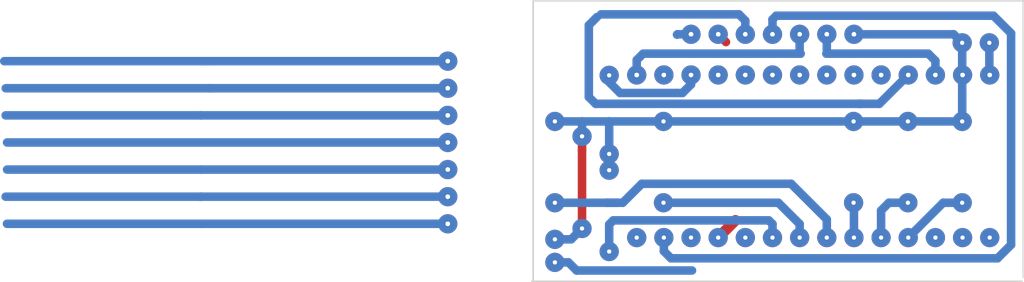
<source format=kicad_pcb>
(kicad_pcb (version 20171130) (host pcbnew "(5.0.1-3-g963ef8bb5)")

  (general
    (thickness 1.6)
    (drawings 4)
    (tracks 344)
    (zones 0)
    (modules 0)
    (nets 1)
  )

  (page A4)
  (layers
    (0 F.Cu signal)
    (31 B.Cu signal)
    (32 B.Adhes user)
    (33 F.Adhes user)
    (34 B.Paste user)
    (35 F.Paste user)
    (36 B.SilkS user)
    (37 F.SilkS user)
    (38 B.Mask user)
    (39 F.Mask user)
    (40 Dwgs.User user)
    (41 Cmts.User user)
    (42 Eco1.User user)
    (43 Eco2.User user)
    (44 Edge.Cuts user)
    (45 Margin user)
    (46 B.CrtYd user)
    (47 F.CrtYd user)
    (48 B.Fab user)
    (49 F.Fab user)
  )

  (setup
    (last_trace_width 0.8)
    (trace_clearance 0.2)
    (zone_clearance 0.508)
    (zone_45_only no)
    (trace_min 0.2)
    (segment_width 0.2)
    (edge_width 0.15)
    (via_size 1.8)
    (via_drill 0.4)
    (via_min_size 0.4)
    (via_min_drill 0.3)
    (uvia_size 0.3)
    (uvia_drill 0.1)
    (uvias_allowed no)
    (uvia_min_size 0.2)
    (uvia_min_drill 0.1)
    (pcb_text_width 0.3)
    (pcb_text_size 1.5 1.5)
    (mod_edge_width 0.15)
    (mod_text_size 1 1)
    (mod_text_width 0.15)
    (pad_size 1.524 1.524)
    (pad_drill 0.762)
    (pad_to_mask_clearance 0.051)
    (solder_mask_min_width 0.25)
    (aux_axis_origin 0 0)
    (visible_elements FFFFFF7F)
    (pcbplotparams
      (layerselection 0x010fc_ffffffff)
      (usegerberextensions false)
      (usegerberattributes false)
      (usegerberadvancedattributes false)
      (creategerberjobfile false)
      (excludeedgelayer true)
      (linewidth 0.150000)
      (plotframeref false)
      (viasonmask false)
      (mode 1)
      (useauxorigin false)
      (hpglpennumber 1)
      (hpglpenspeed 20)
      (hpglpendiameter 15.000000)
      (psnegative false)
      (psa4output false)
      (plotreference true)
      (plotvalue true)
      (plotinvisibletext false)
      (padsonsilk false)
      (subtractmaskfromsilk false)
      (outputformat 1)
      (mirror false)
      (drillshape 1)
      (scaleselection 1)
      (outputdirectory ""))
  )

  (net 0 "")

  (net_class Default "This is the default net class."
    (clearance 0.2)
    (trace_width 0.8)
    (via_dia 1.8)
    (via_drill 0.4)
    (uvia_dia 0.3)
    (uvia_drill 0.1)
  )

  (net_class neti ""
    (clearance 0.2)
    (trace_width 0.8)
    (via_dia 3)
    (via_drill 0.4)
    (uvia_dia 0.3)
    (uvia_drill 0.1)
  )

  (gr_line (start 144.018 44.577) (end 144.018 18.415) (layer Edge.Cuts) (width 0.15))
  (gr_line (start 189.738 44.704) (end 143.891 44.704) (layer Edge.Cuts) (width 0.15))
  (gr_line (start 189.865 18.415) (end 189.865 44.323) (layer Edge.Cuts) (width 0.15))
  (gr_line (start 144.018 18.415) (end 189.865 18.415) (layer Edge.Cuts) (width 0.15))

  (via (at 176.564583 25.364137) (size 1.2) (drill 0.4) (layers F.Cu B.Cu) (net 0) (tstamp 5E065D07))
  (via (at 186.724583 25.364137) (size 0.8) (drill 0.4) (layers F.Cu B.Cu) (net 0) (tstamp 5E065D08))
  (via (at 156.244583 40.604137) (size 1.8) (drill 0.4) (layers F.Cu B.Cu) (net 0) (tstamp 5E065D1A))
  (via (at 174.024583 40.604137) (size 1.8) (drill 0.4) (layers F.Cu B.Cu) (net 0) (tstamp 5E065D1B))
  (via (at 176.564583 40.604137) (size 1.8) (drill 0.4) (layers F.Cu B.Cu) (net 0) (tstamp 5E065D1C))
  (via (at 179.104583 40.604137) (size 1.8) (drill 0.4) (layers F.Cu B.Cu) (net 0) (tstamp 5E065D1D))
  (via (at 174.024583 25.364137) (size 0.8) (drill 0.4) (layers F.Cu B.Cu) (net 0) (tstamp 5E065D1E))
  (via (at 186.724583 25.364137) (size 1.8) (drill 0.4) (layers F.Cu B.Cu) (net 0) (tstamp 5E065D1F))
  (via (at 179.104583 25.364137) (size 0.8) (drill 0.4) (layers F.Cu B.Cu) (net 0) (tstamp 5E065D20))
  (via (at 181.644583 25.364137) (size 1.8) (drill 0.4) (layers F.Cu B.Cu) (net 0) (tstamp 5E065D21))
  (via (at 184.184583 25.364137) (size 1.8) (drill 0.4) (layers F.Cu B.Cu) (net 0) (tstamp 5E065D22))
  (via (at 176.564583 25.364137) (size 0.8) (drill 0.4) (layers F.Cu B.Cu) (net 0) (tstamp 5E065D23))
  (via (at 181.644583 25.364137) (size 0.8) (drill 0.4) (layers F.Cu B.Cu) (net 0) (tstamp 5E065D24))
  (via (at 186.724583 25.364137) (size 1.5) (drill 0.4) (layers F.Cu B.Cu) (net 0) (tstamp 5E065D25))
  (via (at 186.724583 25.364137) (size 0.8) (drill 0.4) (layers F.Cu B.Cu) (net 0) (tstamp 5E065D26))
  (via (at 184.184583 25.364137) (size 1.5) (drill 0.4) (layers F.Cu B.Cu) (net 0) (tstamp 5E065D27))
  (via (at 184.184583 25.364137) (size 0.8) (drill 0.4) (layers F.Cu B.Cu) (net 0) (tstamp 5E065D28))
  (via (at 176.564583 25.364137) (size 1.5) (drill 0.4) (layers F.Cu B.Cu) (net 0) (tstamp 5E065D29))
  (via (at 179.104583 25.364137) (size 0.8) (drill 0.4) (layers F.Cu B.Cu) (net 0) (tstamp 5E065D2A))
  (via (at 158.784583 25.364137) (size 0.8) (drill 0.4) (layers F.Cu B.Cu) (net 0) (tstamp 5E065D2B))
  (via (at 158.784583 25.364137) (size 1.8) (drill 0.4) (layers F.Cu B.Cu) (net 0) (tstamp 5E065D2C))
  (via (at 171.484583 25.364137) (size 1.8) (drill 0.4) (layers F.Cu B.Cu) (net 0) (tstamp 5E065D2D))
  (via (at 181.644583 25.364137) (size 0.8) (drill 0.4) (layers F.Cu B.Cu) (net 0) (tstamp 5E065D2E))
  (via (at 179.104583 25.364137) (size 1.5) (drill 0.4) (layers F.Cu B.Cu) (net 0) (tstamp 5E065D2F))
  (via (at 184.184583 25.364137) (size 0.8) (drill 0.4) (layers F.Cu B.Cu) (net 0) (tstamp 5E065D30))
  (via (at 181.644583 25.364137) (size 1.5) (drill 0.4) (layers F.Cu B.Cu) (net 0) (tstamp 5E065D31))
  (via (at 174.024583 25.364137) (size 1.5) (drill 0.4) (layers F.Cu B.Cu) (net 0) (tstamp 5E065D32))
  (via (at 174.024583 25.364137) (size 0.8) (drill 0.4) (layers F.Cu B.Cu) (net 0) (tstamp 5E065D33))
  (via (at 171.484583 25.364137) (size 1.5) (drill 0.4) (layers F.Cu B.Cu) (net 0) (tstamp 5E065D34))
  (via (at 171.484583 25.364137) (size 0.8) (drill 0.4) (layers F.Cu B.Cu) (net 0) (tstamp 5E065D35))
  (via (at 168.944583 25.364137) (size 1.5) (drill 0.4) (layers F.Cu B.Cu) (net 0) (tstamp 5E065D36))
  (via (at 168.944583 25.364137) (size 0.8) (drill 0.4) (layers F.Cu B.Cu) (net 0) (tstamp 5E065D37))
  (via (at 166.404583 25.364137) (size 1.5) (drill 0.4) (layers F.Cu B.Cu) (net 0) (tstamp 5E065D38))
  (via (at 166.404583 25.364137) (size 0.8) (drill 0.4) (layers F.Cu B.Cu) (net 0) (tstamp 5E065D39))
  (via (at 163.864583 25.364137) (size 1.5) (drill 0.4) (layers F.Cu B.Cu) (net 0) (tstamp 5E065D3A))
  (via (at 163.864583 25.364137) (size 0.8) (drill 0.4) (layers F.Cu B.Cu) (net 0) (tstamp 5E065D3B))
  (via (at 161.324583 25.364137) (size 1.5) (drill 0.4) (layers F.Cu B.Cu) (net 0) (tstamp 5E065D3C))
  (via (at 161.324583 25.364137) (size 0.8) (drill 0.4) (layers F.Cu B.Cu) (net 0) (tstamp 5E065D3D))
  (via (at 158.784583 25.364137) (size 1.5) (drill 0.4) (layers F.Cu B.Cu) (net 0) (tstamp 5E065D3E))
  (via (at 158.784583 25.364137) (size 0.8) (drill 0.4) (layers F.Cu B.Cu) (net 0) (tstamp 5E065D3F))
  (via (at 156.244583 25.364137) (size 1.5) (drill 0.4) (layers F.Cu B.Cu) (net 0) (tstamp 5E065D40))
  (via (at 158.784583 40.604137) (size 1.8) (drill 0.4) (layers F.Cu B.Cu) (net 0) (tstamp 5E065D41))
  (via (at 156.244583 25.364137) (size 0.8) (drill 0.4) (layers F.Cu B.Cu) (net 0) (tstamp 5E065D42))
  (via (at 163.864583 40.604137) (size 1.8) (drill 0.4) (layers F.Cu B.Cu) (net 0) (tstamp 5E065D43))
  (via (at 153.704583 25.364137) (size 1.5) (drill 0.4) (layers F.Cu B.Cu) (net 0) (tstamp 5E065D44))
  (via (at 153.704583 25.364137) (size 0.8) (drill 0.4) (layers F.Cu B.Cu) (net 0) (tstamp 5E065D45))
  (via (at 161.324583 40.604137) (size 1.8) (drill 0.4) (layers F.Cu B.Cu) (net 0) (tstamp 5E065D46))
  (via (at 153.704583 25.364137) (size 1.5) (drill 0.4) (layers F.Cu B.Cu) (net 0) (tstamp 5E065D47))
  (via (at 153.704583 25.364137) (size 0.8) (drill 0.4) (layers F.Cu B.Cu) (net 0) (tstamp 5E065D48))
  (via (at 153.704583 25.364137) (size 1.2) (drill 0.4) (layers F.Cu B.Cu) (net 0) (tstamp 5E065D49))
  (via (at 153.704583 25.364137) (size 0.8) (drill 0.4) (layers F.Cu B.Cu) (net 0) (tstamp 5E065D4A))
  (via (at 156.244583 25.364137) (size 1.2) (drill 0.4) (layers F.Cu B.Cu) (net 0) (tstamp 5E065D4B))
  (via (at 176.564583 25.364137) (size 1.8) (drill 0.4) (layers F.Cu B.Cu) (net 0) (tstamp 5E065D4C))
  (via (at 156.244583 25.364137) (size 0.8) (drill 0.4) (layers F.Cu B.Cu) (net 0) (tstamp 5E065D4D))
  (via (at 186.724583 40.604137) (size 1.8) (drill 0.4) (layers F.Cu B.Cu) (net 0) (tstamp 5E065D4F))
  (via (at 184.184583 40.604137) (size 1.8) (drill 0.4) (layers F.Cu B.Cu) (net 0) (tstamp 5E065D50))
  (via (at 181.644583 40.604137) (size 1.8) (drill 0.4) (layers F.Cu B.Cu) (net 0) (tstamp 5E065D51))
  (via (at 153.704583 25.364137) (size 1.8) (drill 0.4) (layers F.Cu B.Cu) (net 0) (tstamp 5E065D52))
  (via (at 153.704583 25.364137) (size 0.8) (drill 0.4) (layers F.Cu B.Cu) (net 0) (tstamp 5E065D53))
  (via (at 156.244583 25.364137) (size 1.8) (drill 0.4) (layers F.Cu B.Cu) (net 0) (tstamp 5E065D54))
  (via (at 156.244583 25.364137) (size 0.8) (drill 0.4) (layers F.Cu B.Cu) (net 0) (tstamp 5E065D55))
  (via (at 174.024583 25.364137) (size 1.8) (drill 0.4) (layers F.Cu B.Cu) (net 0) (tstamp 5E065D56))
  (via (at 166.404583 40.604137) (size 1.8) (drill 0.4) (layers F.Cu B.Cu) (net 0) (tstamp 5E065D57))
  (via (at 158.784583 25.364137) (size 1.2) (drill 0.4) (layers F.Cu B.Cu) (net 0) (tstamp 5E065D58))
  (via (at 158.784583 25.364137) (size 0.8) (drill 0.4) (layers F.Cu B.Cu) (net 0) (tstamp 5E065D59))
  (via (at 161.324583 25.364137) (size 1.2) (drill 0.4) (layers F.Cu B.Cu) (net 0) (tstamp 5E065D5A))
  (via (at 161.324583 25.364137) (size 0.8) (drill 0.4) (layers F.Cu B.Cu) (net 0) (tstamp 5E065D5B))
  (via (at 163.864583 25.364137) (size 1.2) (drill 0.4) (layers F.Cu B.Cu) (net 0) (tstamp 5E065D5C))
  (via (at 163.864583 25.364137) (size 0.8) (drill 0.4) (layers F.Cu B.Cu) (net 0) (tstamp 5E065D5D))
  (via (at 166.404583 25.364137) (size 1.2) (drill 0.4) (layers F.Cu B.Cu) (net 0) (tstamp 5E065D5E))
  (via (at 166.404583 25.364137) (size 0.8) (drill 0.4) (layers F.Cu B.Cu) (net 0) (tstamp 5E065D5F))
  (via (at 168.944583 25.364137) (size 1.2) (drill 0.4) (layers F.Cu B.Cu) (net 0) (tstamp 5E065D60))
  (via (at 168.944583 25.364137) (size 0.8) (drill 0.4) (layers F.Cu B.Cu) (net 0) (tstamp 5E065D61))
  (via (at 171.484583 25.364137) (size 1.2) (drill 0.4) (layers F.Cu B.Cu) (net 0) (tstamp 5E065D62))
  (via (at 171.484583 25.364137) (size 0.8) (drill 0.4) (layers F.Cu B.Cu) (net 0) (tstamp 5E065D63))
  (via (at 174.024583 25.364137) (size 1.2) (drill 0.4) (layers F.Cu B.Cu) (net 0) (tstamp 5E065D64))
  (via (at 174.024583 25.364137) (size 0.8) (drill 0.4) (layers F.Cu B.Cu) (net 0) (tstamp 5E065D65))
  (via (at 176.564583 25.364137) (size 0.8) (drill 0.4) (layers F.Cu B.Cu) (net 0) (tstamp 5E065D66))
  (via (at 184.184583 25.364137) (size 0.8) (drill 0.4) (layers F.Cu B.Cu) (net 0) (tstamp 5E065D67))
  (via (at 186.724583 25.364137) (size 1.2) (drill 0.4) (layers F.Cu B.Cu) (net 0) (tstamp 5E065D68))
  (via (at 176.564583 25.364137) (size 0.8) (drill 0.4) (layers F.Cu B.Cu) (net 0) (tstamp 5E065D69))
  (via (at 156.244583 25.364137) (size 0.8) (drill 0.4) (layers F.Cu B.Cu) (net 0) (tstamp 5E065D6A))
  (via (at 161.324583 25.364137) (size 1.8) (drill 0.4) (layers F.Cu B.Cu) (net 0) (tstamp 5E065D6B))
  (via (at 153.704583 40.604137) (size 1.8) (drill 0.4) (layers F.Cu B.Cu) (net 0) (tstamp 5E065D6C))
  (via (at 176.564583 25.364137) (size 0.8) (drill 0.4) (layers F.Cu B.Cu) (net 0) (tstamp 5E065D6D))
  (via (at 153.704583 25.364137) (size 0.8) (drill 0.4) (layers F.Cu B.Cu) (net 0) (tstamp 5E065D6E))
  (via (at 174.024583 25.364137) (size 0.8) (drill 0.4) (layers F.Cu B.Cu) (net 0) (tstamp 5E065D6F))
  (via (at 158.784583 25.364137) (size 0.8) (drill 0.4) (layers F.Cu B.Cu) (net 0) (tstamp 5E065D71))
  (via (at 176.564583 25.364137) (size 0.8) (drill 0.4) (layers F.Cu B.Cu) (net 0) (tstamp 5E065D72))
  (via (at 171.484583 25.364137) (size 0.8) (drill 0.4) (layers F.Cu B.Cu) (net 0) (tstamp 5E065D73))
  (via (at 168.944583 25.364137) (size 0.8) (drill 0.4) (layers F.Cu B.Cu) (net 0) (tstamp 5E065D74))
  (via (at 166.404583 25.364137) (size 0.8) (drill 0.4) (layers F.Cu B.Cu) (net 0) (tstamp 5E065D75))
  (via (at 163.864583 25.364137) (size 0.8) (drill 0.4) (layers F.Cu B.Cu) (net 0) (tstamp 5E065D76))
  (via (at 161.324583 25.364137) (size 0.8) (drill 0.4) (layers F.Cu B.Cu) (net 0) (tstamp 5E065D77))
  (via (at 171.484583 40.604137) (size 1.8) (drill 0.4) (layers F.Cu B.Cu) (net 0) (tstamp 5E065D78))
  (via (at 179.104583 25.364137) (size 0.8) (drill 0.4) (layers F.Cu B.Cu) (net 0) (tstamp 5E065D79))
  (via (at 168.944583 40.604137) (size 1.8) (drill 0.4) (layers F.Cu B.Cu) (net 0) (tstamp 5E065D7A))
  (via (at 181.644583 25.364137) (size 0.8) (drill 0.4) (layers F.Cu B.Cu) (net 0) (tstamp 5E065D7B))
  (via (at 186.724583 25.364137) (size 0.8) (drill 0.4) (layers F.Cu B.Cu) (net 0) (tstamp 5E065D7C))
  (via (at 153.704583 25.364137) (size 0.8) (drill 0.4) (layers F.Cu B.Cu) (net 0) (tstamp 5E065D7D))
  (via (at 153.704583 25.364137) (size 1.2) (drill 0.4) (layers F.Cu B.Cu) (net 0) (tstamp 5E065D7E))
  (via (at 176.564583 25.364137) (size 0.8) (drill 0.4) (layers F.Cu B.Cu) (net 0) (tstamp 5E065D7F))
  (via (at 179.104583 25.364137) (size 1.2) (drill 0.4) (layers F.Cu B.Cu) (net 0) (tstamp 5E065D80))
  (via (at 179.104583 25.364137) (size 0.8) (drill 0.4) (layers F.Cu B.Cu) (net 0) (tstamp 5E065D81))
  (via (at 181.644583 25.364137) (size 1.2) (drill 0.4) (layers F.Cu B.Cu) (net 0) (tstamp 5E065D82))
  (via (at 181.644583 25.364137) (size 0.8) (drill 0.4) (layers F.Cu B.Cu) (net 0) (tstamp 5E065D83))
  (via (at 184.184583 25.364137) (size 1.2) (drill 0.4) (layers F.Cu B.Cu) (net 0) (tstamp 5E065D84))
  (via (at 168.944583 25.364137) (size 0.8) (drill 0.4) (layers F.Cu B.Cu) (net 0) (tstamp 5E065D85))
  (via (at 171.484583 25.364137) (size 0.8) (drill 0.4) (layers F.Cu B.Cu) (net 0) (tstamp 5E065D86))
  (via (at 179.104583 25.364137) (size 1.8) (drill 0.4) (layers F.Cu B.Cu) (net 0) (tstamp 5E065D87))
  (via (at 161.324583 25.364137) (size 0.8) (drill 0.4) (layers F.Cu B.Cu) (net 0) (tstamp 5E065D88))
  (via (at 163.864583 25.364137) (size 1.8) (drill 0.4) (layers F.Cu B.Cu) (net 0) (tstamp 5E065D89))
  (via (at 184.184583 25.364137) (size 0.8) (drill 0.4) (layers F.Cu B.Cu) (net 0) (tstamp 5E065D8A))
  (via (at 163.864583 25.364137) (size 0.8) (drill 0.4) (layers F.Cu B.Cu) (net 0) (tstamp 5E065D8B))
  (via (at 186.724583 25.364137) (size 0.8) (drill 0.4) (layers F.Cu B.Cu) (net 0) (tstamp 5E065D8C))
  (via (at 166.404583 25.364137) (size 1.8) (drill 0.4) (layers F.Cu B.Cu) (net 0) (tstamp 5E065D8D))
  (via (at 166.404583 25.364137) (size 0.8) (drill 0.4) (layers F.Cu B.Cu) (net 0) (tstamp 5E065D8E))
  (via (at 168.944583 25.364137) (size 1.8) (drill 0.4) (layers F.Cu B.Cu) (net 0) (tstamp 5E065D8F))
  (via (at 158.784583 21.554137) (size 1.8) (drill 0.4) (layers F.Cu B.Cu) (net 0) (tstamp 5E065F9A))
  (via (at 163.864583 21.554137) (size 1.8) (drill 0.4) (layers F.Cu B.Cu) (net 0) (tstamp 5E065F9B))
  (via (at 163.864583 21.554137) (size 0.8) (drill 0.4) (layers F.Cu B.Cu) (net 0) (tstamp 5E065F9C))
  (via (at 158.784583 21.554137) (size 1.2) (drill 0.4) (layers F.Cu B.Cu) (net 0) (tstamp 5E065F9D))
  (via (at 158.784583 21.554137) (size 1.5) (drill 0.4) (layers F.Cu B.Cu) (net 0) (tstamp 5E065F9E))
  (via (at 158.784583 21.554137) (size 0.8) (drill 0.4) (layers F.Cu B.Cu) (net 0) (tstamp 5E065F9F))
  (via (at 158.784583 21.554137) (size 0.8) (drill 0.4) (layers F.Cu B.Cu) (net 0) (tstamp 5E065FA0))
  (via (at 161.324583 21.554137) (size 0.8) (drill 0.4) (layers F.Cu B.Cu) (net 0) (tstamp 5E065FA1))
  (via (at 174.024583 21.554137) (size 0.8) (drill 0.4) (layers F.Cu B.Cu) (net 0) (tstamp 5E065FA2))
  (via (at 158.784583 21.554137) (size 0.8) (drill 0.4) (layers F.Cu B.Cu) (net 0) (tstamp 5E065FA3))
  (via (at 161.324583 21.554137) (size 1.2) (drill 0.4) (layers F.Cu B.Cu) (net 0) (tstamp 5E065FA4))
  (via (at 161.324583 21.554137) (size 0.8) (drill 0.4) (layers F.Cu B.Cu) (net 0) (tstamp 5E065FA5))
  (via (at 161.324583 21.554137) (size 1.5) (drill 0.4) (layers F.Cu B.Cu) (net 0) (tstamp 5E065FA6))
  (via (at 158.784583 21.554137) (size 0.8) (drill 0.4) (layers F.Cu B.Cu) (net 0) (tstamp 5E065FA7))
  (via (at 163.864583 21.554137) (size 0.8) (drill 0.4) (layers F.Cu B.Cu) (net 0) (tstamp 5E065FA8))
  (via (at 163.864583 21.554137) (size 1.5) (drill 0.4) (layers F.Cu B.Cu) (net 0) (tstamp 5E065FA9))
  (via (at 168.944583 21.554137) (size 1.5) (drill 0.4) (layers F.Cu B.Cu) (net 0) (tstamp 5E065FAA))
  (via (at 171.484583 21.554137) (size 0.8) (drill 0.4) (layers F.Cu B.Cu) (net 0) (tstamp 5E065FAB))
  (via (at 163.864583 21.554137) (size 1.2) (drill 0.4) (layers F.Cu B.Cu) (net 0) (tstamp 5E065FAC))
  (via (at 168.944583 21.554137) (size 1.2) (drill 0.4) (layers F.Cu B.Cu) (net 0) (tstamp 5E065FAD))
  (via (at 168.944583 21.554137) (size 0.8) (drill 0.4) (layers F.Cu B.Cu) (net 0) (tstamp 5E065FAE))
  (via (at 171.484583 21.554137) (size 1.2) (drill 0.4) (layers F.Cu B.Cu) (net 0) (tstamp 5E065FAF))
  (via (at 161.324583 21.554137) (size 0.8) (drill 0.4) (layers F.Cu B.Cu) (net 0) (tstamp 5E065FB0))
  (via (at 158.784583 21.554137) (size 0.8) (drill 0.4) (layers F.Cu B.Cu) (net 0) (tstamp 5E065FB1))
  (via (at 174.024583 21.554137) (size 0.8) (drill 0.4) (layers F.Cu B.Cu) (net 0) (tstamp 5E065FB2))
  (via (at 171.484583 21.554137) (size 0.8) (drill 0.4) (layers F.Cu B.Cu) (net 0) (tstamp 5E065FB3))
  (via (at 168.944583 21.554137) (size 0.8) (drill 0.4) (layers F.Cu B.Cu) (net 0) (tstamp 5E065FB4))
  (via (at 166.404583 21.554137) (size 0.8) (drill 0.4) (layers F.Cu B.Cu) (net 0) (tstamp 5E065FB5))
  (via (at 171.484583 21.554137) (size 1.8) (drill 0.4) (layers F.Cu B.Cu) (net 0) (tstamp 5E065FB6))
  (via (at 171.484583 21.554137) (size 0.8) (drill 0.4) (layers F.Cu B.Cu) (net 0) (tstamp 5E065FB7))
  (via (at 168.944583 21.554137) (size 0.8) (drill 0.4) (layers F.Cu B.Cu) (net 0) (tstamp 5E065FB8))
  (via (at 174.024583 21.554137) (size 0.8) (drill 0.4) (layers F.Cu B.Cu) (net 0) (tstamp 5E065FB9))
  (via (at 168.944583 21.554137) (size 1.8) (drill 0.4) (layers F.Cu B.Cu) (net 0) (tstamp 5E065FBA))
  (via (at 158.784583 21.554137) (size 1.2) (drill 0.4) (layers F.Cu B.Cu) (net 0) (tstamp 5E065FBB))
  (via (at 158.784583 21.554137) (size 0.8) (drill 0.4) (layers F.Cu B.Cu) (net 0) (tstamp 5E065FBC))
  (via (at 166.404583 21.554137) (size 0.8) (drill 0.4) (layers F.Cu B.Cu) (net 0) (tstamp 5E065FBD))
  (via (at 163.864583 21.554137) (size 0.8) (drill 0.4) (layers F.Cu B.Cu) (net 0) (tstamp 5E065FBE))
  (via (at 166.404583 21.554137) (size 1.8) (drill 0.4) (layers F.Cu B.Cu) (net 0) (tstamp 5E065FBF))
  (via (at 174.024583 21.554137) (size 1.2) (drill 0.4) (layers F.Cu B.Cu) (net 0) (tstamp 5E065FC0))
  (via (at 174.024583 21.554137) (size 0.8) (drill 0.4) (layers F.Cu B.Cu) (net 0) (tstamp 5E065FC1))
  (via (at 166.404583 21.554137) (size 1.2) (drill 0.4) (layers F.Cu B.Cu) (net 0) (tstamp 5E065FC2))
  (via (at 166.404583 21.554137) (size 0.8) (drill 0.4) (layers F.Cu B.Cu) (net 0) (tstamp 5E065FC3))
  (via (at 171.484583 21.554137) (size 0.8) (drill 0.4) (layers F.Cu B.Cu) (net 0) (tstamp 5E065FC4))
  (via (at 161.324583 21.554137) (size 1.8) (drill 0.4) (layers F.Cu B.Cu) (net 0) (tstamp 5E065FC5))
  (via (at 161.324583 21.554137) (size 0.8) (drill 0.4) (layers F.Cu B.Cu) (net 0) (tstamp 5E065FC6))
  (via (at 163.864583 21.554137) (size 0.8) (drill 0.4) (layers F.Cu B.Cu) (net 0) (tstamp 5E065FC7))
  (via (at 166.404583 21.554137) (size 1.5) (drill 0.4) (layers F.Cu B.Cu) (net 0) (tstamp 5E065FC8))
  (via (at 168.944583 21.554137) (size 0.8) (drill 0.4) (layers F.Cu B.Cu) (net 0) (tstamp 5E065FC9))
  (via (at 171.484583 21.554137) (size 1.5) (drill 0.4) (layers F.Cu B.Cu) (net 0) (tstamp 5E065FCA))
  (via (at 158.784583 21.554137) (size 1.5) (drill 0.4) (layers F.Cu B.Cu) (net 0) (tstamp 5E065FCB))
  (via (at 166.404583 21.554137) (size 0.8) (drill 0.4) (layers F.Cu B.Cu) (net 0) (tstamp 5E065FCC))
  (via (at 174.024583 21.554137) (size 0.8) (drill 0.4) (layers F.Cu B.Cu) (net 0) (tstamp 5E0661A3))
  (via (at 174.024583 21.554137) (size 1.8) (drill 0.4) (layers F.Cu B.Cu) (net 0))
  (via (at 184.15 29.718) (size 1.8) (drill 0.4) (layers F.Cu B.Cu) (net 0))
  (via (at 184.15 37.338) (size 1.8) (drill 0.4) (layers F.Cu B.Cu) (net 0))
  (via (at 179.07 37.338) (size 1.8) (drill 0.4) (layers F.Cu B.Cu) (net 0))
  (via (at 173.99 37.338) (size 1.8) (drill 0.4) (layers F.Cu B.Cu) (net 0))
  (via (at 179.07 29.718) (size 1.8) (drill 0.4) (layers F.Cu B.Cu) (net 0))
  (via (at 173.99 29.718) (size 1.8) (drill 0.4) (layers F.Cu B.Cu) (net 0))
  (segment (start 184.184583 29.683417) (end 184.15 29.718) (width 1) (layer B.Cu) (net 0))
  (segment (start 156.244583 29.683417) (end 156.21 29.718) (width 1) (layer B.Cu) (net 0) (tstamp 5E0772AE))
  (via (at 156.21 29.718) (size 1.8) (drill 0.4) (layers F.Cu B.Cu) (net 0) (tstamp 5E0772B0))
  (segment (start 146.084583 29.556417) (end 146.05 29.591) (width 1) (layer B.Cu) (net 0) (tstamp 5E0772AE))
  (via (at 146.05 29.718) (size 1.8) (drill 0.4) (layers F.Cu B.Cu) (net 0) (tstamp 5E0772B0))
  (via (at 146.05 37.338) (size 1.8) (drill 0.4) (layers F.Cu B.Cu) (net 0) (tstamp 5E0772B1))
  (via (at 156.21 37.338) (size 1.8) (drill 0.4) (layers F.Cu B.Cu) (net 0) (tstamp 5E0772B1))
  (via (at 151.13 25.4) (size 1.8) (drill 0.4) (layers F.Cu B.Cu) (net 0) (tstamp 5E07763C))
  (via (at 151.13 32.766) (size 1.8) (drill 0.4) (layers F.Cu B.Cu) (net 0) (tstamp 5E07763D))
  (segment (start 151.164583 34.255417) (end 151.13 34.29) (width 1) (layer B.Cu) (net 0) (tstamp 5E07763B))
  (via (at 151.13 34.29) (size 1.8) (drill 0.4) (layers F.Cu B.Cu) (net 0) (tstamp 5E07763C))
  (via (at 151.13 41.91) (size 1.8) (drill 0.4) (layers F.Cu B.Cu) (net 0) (tstamp 5E07763D))
  (segment (start 146.177 29.718) (end 146.05 29.591) (width 1) (layer B.Cu) (net 0))
  (segment (start 158.784583 26.254417) (end 157.988 27.051) (width 0.8) (layer B.Cu) (net 0))
  (segment (start 158.784583 25.364137) (end 158.784583 26.254417) (width 0.8) (layer B.Cu) (net 0))
  (segment (start 149.987 19.939) (end 149.225 20.701) (width 0.8) (layer B.Cu) (net 0))
  (segment (start 149.225 27.432) (end 149.86 28.067) (width 0.8) (layer B.Cu) (net 0))
  (segment (start 149.225 20.701) (end 149.225 27.432) (width 0.8) (layer B.Cu) (net 0))
  (segment (start 184.15 29.718) (end 151.13 29.718) (width 0.8) (layer B.Cu) (net 0))
  (segment (start 161.324583 21.554137) (end 162.052 22.281554) (width 0.8) (layer F.Cu) (net 0))
  (segment (start 162.941 38.98772) (end 161.324583 40.604137) (width 1) (layer F.Cu) (net 0))
  (segment (start 184.15 22.352) (end 184.15 22.352) (width 0.8) (layer B.Cu) (net 0))
  (segment (start 151.13 25.527) (end 151.13 26.035) (width 0.8) (layer B.Cu) (net 0))
  (segment (start 152.146 27.051) (end 157.48 27.051) (width 0.8) (layer B.Cu) (net 0))
  (segment (start 151.13 26.035) (end 152.146 27.051) (width 0.8) (layer B.Cu) (net 0))
  (segment (start 157.988 27.051) (end 157.48 27.051) (width 0.8) (layer B.Cu) (net 0))
  (segment (start 151.13 39.37) (end 151.13 41.91) (width 0.8) (layer B.Cu) (net 0))
  (segment (start 151.511 38.989) (end 151.13 39.37) (width 0.8) (layer B.Cu) (net 0))
  (segment (start 166.062238 38.989) (end 151.511 38.989) (width 0.8) (layer B.Cu) (net 0))
  (segment (start 166.404583 39.331345) (end 166.062238 38.989) (width 0.8) (layer B.Cu) (net 0))
  (segment (start 166.404583 40.604137) (end 166.404583 39.331345) (width 0.8) (layer B.Cu) (net 0))
  (segment (start 151.13 29.718) (end 151.13 32.893) (width 0.8) (layer B.Cu) (net 0))
  (segment (start 168.944583 39.331345) (end 166.951238 37.338) (width 0.8) (layer B.Cu) (net 0))
  (segment (start 168.944583 40.604137) (end 168.944583 39.331345) (width 0.8) (layer B.Cu) (net 0))
  (segment (start 166.951238 37.338) (end 156.21 37.338) (width 0.8) (layer B.Cu) (net 0))
  (segment (start 171.484583 40.604137) (end 171.484583 38.896583) (width 0.8) (layer B.Cu) (net 0))
  (segment (start 171.484583 38.896583) (end 168.148 35.56) (width 0.8) (layer B.Cu) (net 0))
  (segment (start 168.148 35.56) (end 154.178 35.56) (width 0.8) (layer B.Cu) (net 0))
  (segment (start 154.178 35.56) (end 152.4 37.338) (width 0.8) (layer B.Cu) (net 0))
  (segment (start 152.4 37.338) (end 150.876 37.338) (width 0.8) (layer B.Cu) (net 0))
  (segment (start 150.876 37.338) (end 151.892 37.338) (width 0.8) (layer B.Cu) (net 0))
  (segment (start 146.05 37.338) (end 150.876 37.338) (width 0.8) (layer B.Cu) (net 0))
  (segment (start 174.024583 37.372583) (end 173.99 37.338) (width 0.8) (layer B.Cu) (net 0))
  (segment (start 174.024583 40.604137) (end 174.024583 37.372583) (width 0.8) (layer B.Cu) (net 0))
  (segment (start 179.07 37.338) (end 177.292 37.338) (width 0.8) (layer B.Cu) (net 0))
  (segment (start 176.564583 38.065417) (end 176.564583 40.604137) (width 0.8) (layer B.Cu) (net 0))
  (segment (start 177.292 37.338) (end 176.564583 38.065417) (width 0.8) (layer B.Cu) (net 0))
  (segment (start 182.37072 37.338) (end 179.104583 40.604137) (width 0.8) (layer B.Cu) (net 0))
  (segment (start 184.15 37.338) (end 182.37072 37.338) (width 0.8) (layer B.Cu) (net 0))
  (segment (start 174.024583 21.554137) (end 183.352137 21.554137) (width 0.8) (layer B.Cu) (net 0))
  (segment (start 171.45 23.368) (end 171.484583 23.333417) (width 0.8) (layer B.Cu) (net 0))
  (segment (start 180.975 23.368) (end 171.45 23.368) (width 0.8) (layer B.Cu) (net 0))
  (segment (start 171.484583 23.333417) (end 171.484583 21.554137) (width 0.8) (layer B.Cu) (net 0))
  (segment (start 181.644583 24.037583) (end 180.975 23.368) (width 0.8) (layer B.Cu) (net 0))
  (segment (start 181.644583 25.364137) (end 181.644583 24.037583) (width 0.8) (layer B.Cu) (net 0))
  (segment (start 168.944583 23.275583) (end 168.944583 21.554137) (width 0.8) (layer B.Cu) (net 0))
  (segment (start 154.305 23.368) (end 169.037 23.368) (width 0.8) (layer B.Cu) (net 0))
  (segment (start 153.704583 23.968417) (end 154.305 23.368) (width 0.8) (layer B.Cu) (net 0))
  (segment (start 169.037 23.368) (end 168.944583 23.275583) (width 0.8) (layer B.Cu) (net 0))
  (segment (start 153.704583 25.364137) (end 153.704583 23.968417) (width 0.8) (layer B.Cu) (net 0))
  (segment (start 156.244583 41.876929) (end 156.244583 40.604137) (width 0.8) (layer B.Cu) (net 0))
  (segment (start 156.912654 42.545) (end 156.244583 41.876929) (width 0.8) (layer B.Cu) (net 0))
  (segment (start 188.722 21.463) (end 188.722 41.275) (width 0.8) (layer B.Cu) (net 0))
  (segment (start 187.071 19.812) (end 188.722 21.463) (width 0.8) (layer B.Cu) (net 0))
  (segment (start 187.452 42.545) (end 156.912654 42.545) (width 0.8) (layer B.Cu) (net 0))
  (segment (start 188.722 41.275) (end 187.452 42.545) (width 0.8) (layer B.Cu) (net 0))
  (segment (start 166.404583 21.554137) (end 166.404583 20.158417) (width 0.8) (layer B.Cu) (net 0))
  (segment (start 166.751 19.812) (end 187.071 19.812) (width 0.8) (layer B.Cu) (net 0))
  (segment (start 166.404583 20.158417) (end 166.751 19.812) (width 0.8) (layer B.Cu) (net 0))
  (segment (start 163.864583 20.281345) (end 163.268238 19.685) (width 0.8) (layer B.Cu) (net 0))
  (segment (start 163.864583 21.554137) (end 163.864583 20.281345) (width 0.8) (layer B.Cu) (net 0))
  (segment (start 163.268238 19.685) (end 150.368 19.685) (width 0.8) (layer B.Cu) (net 0))
  (segment (start 184.15 22.352) (end 184.15 29.21) (width 0.8) (layer B.Cu) (net 0) (tstamp 5E0A4353))
  (via (at 184.15 22.352) (size 1.8) (drill 0.4) (layers F.Cu B.Cu) (net 0))
  (via (at 186.69 22.352) (size 1.8) (drill 0.4) (layers F.Cu B.Cu) (net 0))
  (segment (start 186.69 25.329554) (end 186.724583 25.364137) (width 0.8) (layer B.Cu) (net 0))
  (segment (start 186.69 22.352) (end 186.69 25.329554) (width 0.8) (layer B.Cu) (net 0))
  (segment (start 183.352137 21.554137) (end 184.15 22.352) (width 0.8) (layer B.Cu) (net 0))
  (via (at 148.59 31.115) (size 1.8) (drill 0.4) (layers F.Cu B.Cu) (net 0))
  (via (at 148.59 39.751) (size 1.8) (drill 0.4) (layers F.Cu B.Cu) (net 0))
  (segment (start 148.59 29.842208) (end 148.59 29.718) (width 0.8) (layer B.Cu) (net 0))
  (segment (start 148.59 31.115) (end 148.59 29.842208) (width 0.8) (layer B.Cu) (net 0))
  (segment (start 148.59 29.718) (end 146.05 29.718) (width 0.8) (layer B.Cu) (net 0))
  (segment (start 151.13 29.718) (end 148.59 29.718) (width 0.8) (layer B.Cu) (net 0))
  (via (at 146.05 42.926) (size 1.8) (drill 0.4) (layers F.Cu B.Cu) (net 0))
  (segment (start 147.322792 42.926) (end 148.084792 43.688) (width 0.8) (layer B.Cu) (net 0))
  (segment (start 146.05 42.926) (end 147.322792 42.926) (width 0.8) (layer B.Cu) (net 0))
  (segment (start 148.084792 43.688) (end 158.877 43.688) (width 0.8) (layer B.Cu) (net 0))
  (via (at 146.05 40.767) (size 1.8) (drill 0.4) (layers F.Cu B.Cu) (net 0))
  (segment (start 147.574 40.767) (end 148.59 39.751) (width 0.8) (layer B.Cu) (net 0))
  (segment (start 146.05 40.767) (end 147.574 40.767) (width 0.8) (layer B.Cu) (net 0))
  (segment (start 148.59 32.387792) (end 148.59 39.751) (width 0.8) (layer F.Cu) (net 0))
  (segment (start 148.59 31.115) (end 148.59 32.387792) (width 0.8) (layer F.Cu) (net 0))
  (via (at 136.029183 39.310625) (size 1.8) (drill 0.4) (layers F.Cu B.Cu) (net 0) (tstamp 5E0A4FCC))
  (via (at 136.029183 34.230625) (size 1.8) (drill 0.4) (layers F.Cu B.Cu) (net 0) (tstamp 5E0A4FCD))
  (via (at 136.029183 34.230625) (size 0.8) (drill 0.4) (layers F.Cu B.Cu) (net 0) (tstamp 5E0A4FCE))
  (via (at 136.029183 39.310625) (size 1.2) (drill 0.4) (layers F.Cu B.Cu) (net 0) (tstamp 5E0A4FCF))
  (via (at 136.029183 39.310625) (size 1.5) (drill 0.4) (layers F.Cu B.Cu) (net 0) (tstamp 5E0A4FD0))
  (via (at 136.029183 39.310625) (size 0.8) (drill 0.4) (layers F.Cu B.Cu) (net 0) (tstamp 5E0A4FD1))
  (via (at 136.029183 39.310625) (size 0.8) (drill 0.4) (layers F.Cu B.Cu) (net 0) (tstamp 5E0A4FD2))
  (via (at 136.029183 36.770625) (size 0.8) (drill 0.4) (layers F.Cu B.Cu) (net 0) (tstamp 5E0A4FD3))
  (via (at 136.029183 24.070625) (size 0.8) (drill 0.4) (layers F.Cu B.Cu) (net 0) (tstamp 5E0A4FD4))
  (via (at 136.029183 39.310625) (size 0.8) (drill 0.4) (layers F.Cu B.Cu) (net 0) (tstamp 5E0A4FD5))
  (via (at 136.029183 36.770625) (size 1.2) (drill 0.4) (layers F.Cu B.Cu) (net 0) (tstamp 5E0A4FD6))
  (via (at 136.029183 36.770625) (size 0.8) (drill 0.4) (layers F.Cu B.Cu) (net 0) (tstamp 5E0A4FD7))
  (via (at 136.029183 36.770625) (size 1.5) (drill 0.4) (layers F.Cu B.Cu) (net 0) (tstamp 5E0A4FD8))
  (via (at 136.029183 39.310625) (size 0.8) (drill 0.4) (layers F.Cu B.Cu) (net 0) (tstamp 5E0A4FD9))
  (via (at 136.029183 34.230625) (size 0.8) (drill 0.4) (layers F.Cu B.Cu) (net 0) (tstamp 5E0A4FDA))
  (via (at 136.029183 34.230625) (size 1.5) (drill 0.4) (layers F.Cu B.Cu) (net 0) (tstamp 5E0A4FDB))
  (via (at 136.029183 29.150625) (size 1.5) (drill 0.4) (layers F.Cu B.Cu) (net 0) (tstamp 5E0A4FDC))
  (via (at 136.029183 26.610625) (size 0.8) (drill 0.4) (layers F.Cu B.Cu) (net 0) (tstamp 5E0A4FDD))
  (via (at 136.029183 34.230625) (size 1.2) (drill 0.4) (layers F.Cu B.Cu) (net 0) (tstamp 5E0A4FDE))
  (via (at 136.029183 29.150625) (size 1.2) (drill 0.4) (layers F.Cu B.Cu) (net 0) (tstamp 5E0A4FDF))
  (via (at 136.029183 29.150625) (size 0.8) (drill 0.4) (layers F.Cu B.Cu) (net 0) (tstamp 5E0A4FE0))
  (via (at 136.029183 26.610625) (size 1.2) (drill 0.4) (layers F.Cu B.Cu) (net 0) (tstamp 5E0A4FE1))
  (via (at 136.029183 36.770625) (size 0.8) (drill 0.4) (layers F.Cu B.Cu) (net 0) (tstamp 5E0A4FE2))
  (via (at 136.029183 39.310625) (size 0.8) (drill 0.4) (layers F.Cu B.Cu) (net 0) (tstamp 5E0A4FE3))
  (via (at 136.029183 24.070625) (size 0.8) (drill 0.4) (layers F.Cu B.Cu) (net 0) (tstamp 5E0A4FE4))
  (via (at 136.029183 26.610625) (size 0.8) (drill 0.4) (layers F.Cu B.Cu) (net 0) (tstamp 5E0A4FE5))
  (via (at 136.029183 29.150625) (size 0.8) (drill 0.4) (layers F.Cu B.Cu) (net 0) (tstamp 5E0A4FE6))
  (via (at 136.029183 31.690625) (size 0.8) (drill 0.4) (layers F.Cu B.Cu) (net 0) (tstamp 5E0A4FE7))
  (via (at 136.029183 26.610625) (size 1.8) (drill 0.4) (layers F.Cu B.Cu) (net 0) (tstamp 5E0A4FE8))
  (via (at 136.029183 26.610625) (size 0.8) (drill 0.4) (layers F.Cu B.Cu) (net 0) (tstamp 5E0A4FE9))
  (via (at 136.029183 29.150625) (size 0.8) (drill 0.4) (layers F.Cu B.Cu) (net 0) (tstamp 5E0A4FEA))
  (via (at 136.029183 24.070625) (size 0.8) (drill 0.4) (layers F.Cu B.Cu) (net 0) (tstamp 5E0A4FEB))
  (via (at 136.029183 29.150625) (size 1.8) (drill 0.4) (layers F.Cu B.Cu) (net 0) (tstamp 5E0A4FEC))
  (via (at 136.029183 39.310625) (size 1.2) (drill 0.4) (layers F.Cu B.Cu) (net 0) (tstamp 5E0A4FED))
  (via (at 136.029183 39.310625) (size 0.8) (drill 0.4) (layers F.Cu B.Cu) (net 0) (tstamp 5E0A4FEE))
  (via (at 136.029183 31.690625) (size 0.8) (drill 0.4) (layers F.Cu B.Cu) (net 0) (tstamp 5E0A4FEF))
  (via (at 136.029183 34.230625) (size 0.8) (drill 0.4) (layers F.Cu B.Cu) (net 0) (tstamp 5E0A4FF0))
  (via (at 136.029183 31.690625) (size 1.8) (drill 0.4) (layers F.Cu B.Cu) (net 0) (tstamp 5E0A4FF1))
  (via (at 136.029183 24.070625) (size 1.2) (drill 0.4) (layers F.Cu B.Cu) (net 0) (tstamp 5E0A4FF2))
  (via (at 136.029183 24.070625) (size 0.8) (drill 0.4) (layers F.Cu B.Cu) (net 0) (tstamp 5E0A4FF3))
  (via (at 136.029183 31.690625) (size 1.2) (drill 0.4) (layers F.Cu B.Cu) (net 0) (tstamp 5E0A4FF4))
  (via (at 136.029183 31.690625) (size 0.8) (drill 0.4) (layers F.Cu B.Cu) (net 0) (tstamp 5E0A4FF5))
  (via (at 136.029183 26.610625) (size 0.8) (drill 0.4) (layers F.Cu B.Cu) (net 0) (tstamp 5E0A4FF6))
  (via (at 136.029183 36.770625) (size 1.8) (drill 0.4) (layers F.Cu B.Cu) (net 0) (tstamp 5E0A4FF7))
  (via (at 136.029183 36.770625) (size 0.8) (drill 0.4) (layers F.Cu B.Cu) (net 0) (tstamp 5E0A4FF8))
  (via (at 136.029183 34.230625) (size 0.8) (drill 0.4) (layers F.Cu B.Cu) (net 0) (tstamp 5E0A4FF9))
  (via (at 136.029183 31.690625) (size 1.5) (drill 0.4) (layers F.Cu B.Cu) (net 0) (tstamp 5E0A4FFA))
  (via (at 136.029183 29.150625) (size 0.8) (drill 0.4) (layers F.Cu B.Cu) (net 0) (tstamp 5E0A4FFB))
  (via (at 136.029183 26.610625) (size 1.5) (drill 0.4) (layers F.Cu B.Cu) (net 0) (tstamp 5E0A4FFC))
  (via (at 136.029183 39.310625) (size 1.5) (drill 0.4) (layers F.Cu B.Cu) (net 0) (tstamp 5E0A4FFD))
  (via (at 136.029183 31.690625) (size 0.8) (drill 0.4) (layers F.Cu B.Cu) (net 0) (tstamp 5E0A4FFE))
  (via (at 136.029183 24.070625) (size 0.8) (drill 0.4) (layers F.Cu B.Cu) (net 0) (tstamp 5E0A4FFF))
  (via (at 136.029183 24.070625) (size 1.8) (drill 0.4) (layers F.Cu B.Cu) (net 0) (tstamp 5E0A5000))
  (segment (start 113.763711 26.610625) (end 136.029183 26.610625) (width 0.8) (layer B.Cu) (net 0))
  (segment (start 112.915183 29.150625) (end 136.029183 29.150625) (width 0.8) (layer B.Cu) (net 0))
  (segment (start 112.915183 31.690625) (end 136.029183 31.690625) (width 0.8) (layer B.Cu) (net 0))
  (segment (start 112.915183 34.230625) (end 136.029183 34.230625) (width 0.8) (layer B.Cu) (net 0))
  (segment (start 112.915183 36.770625) (end 136.029183 36.770625) (width 0.8) (layer B.Cu) (net 0))
  (segment (start 112.915183 39.310625) (end 136.029183 39.310625) (width 0.8) (layer B.Cu) (net 0))
  (segment (start 157.511791 21.554137) (end 157.475928 21.59) (width 0.8) (layer B.Cu) (net 0))
  (segment (start 157.511791 21.554137) (end 158.784583 21.554137) (width 0.8) (layer B.Cu) (net 0))
  (segment (start 114.046 24.070625) (end 94.547375 24.070625) (width 0.8) (layer B.Cu) (net 0))
  (segment (start 112.915183 24.070625) (end 114.046 24.070625) (width 0.8) (layer B.Cu) (net 0))
  (segment (start 114.046 24.070625) (end 136.029183 24.070625) (width 0.8) (layer B.Cu) (net 0))
  (segment (start 113.763711 26.610625) (end 94.682625 26.610625) (width 0.8) (layer B.Cu) (net 0))
  (segment (start 112.915183 29.150625) (end 94.674375 29.150625) (width 0.8) (layer B.Cu) (net 0))
  (segment (start 112.915183 31.690625) (end 94.809625 31.690625) (width 0.8) (layer B.Cu) (net 0))
  (segment (start 112.915183 34.230625) (end 94.809625 34.230625) (width 0.8) (layer B.Cu) (net 0))
  (segment (start 112.915183 36.770625) (end 94.674375 36.770625) (width 0.8) (layer B.Cu) (net 0))
  (segment (start 112.915183 39.310625) (end 94.801375 39.310625) (width 0.8) (layer B.Cu) (net 0))
  (segment (start 174.710248 28.067) (end 174.498 28.067) (width 0.8) (layer B.Cu) (net 0))
  (segment (start 174.498 28.067) (end 149.86 28.067) (width 0.8) (layer B.Cu) (net 0))
  (segment (start 176.40172 28.067) (end 179.104583 25.364137) (width 0.8) (layer B.Cu) (net 0))
  (segment (start 174.498 28.067) (end 176.40172 28.067) (width 0.8) (layer B.Cu) (net 0))

)

</source>
